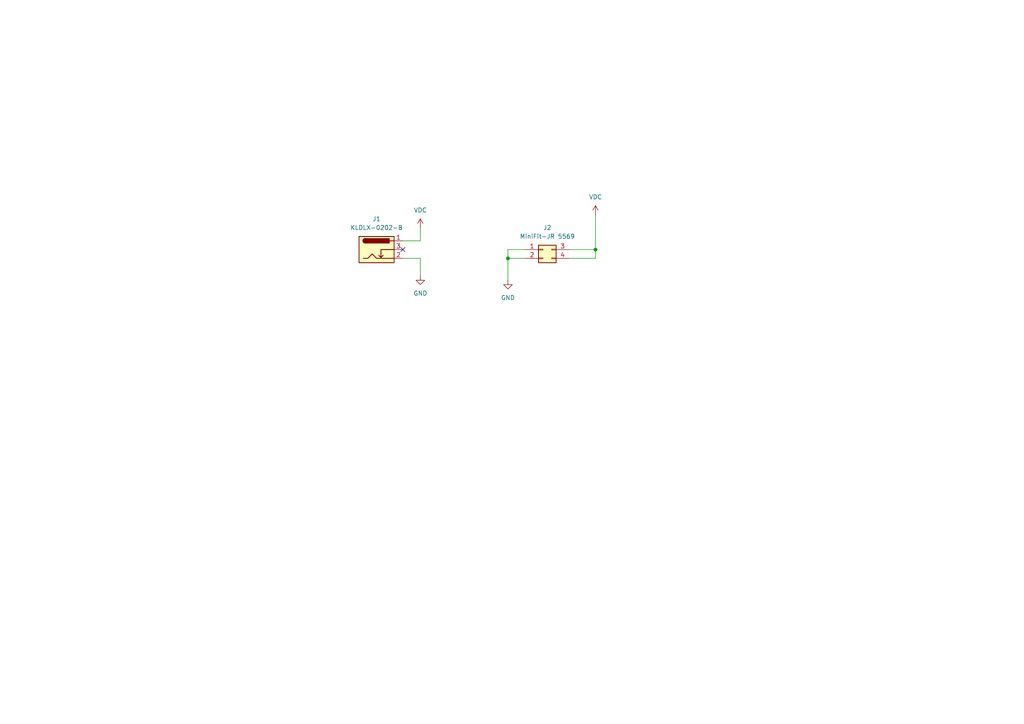
<source format=kicad_sch>
(kicad_sch (version 20231120) (generator "eeschema") (generator_version "8.0")
  (paper "A4")
  (lib_symbols
    (symbol "Connector:Barrel_Jack_Switch" (pin_names hide)
      (property "Reference" "J" (at 0 5.334 0))
      (property "Value" "Barrel_Jack_Switch" (at 0 -5.08 0))
      (symbol "Barrel_Jack_Switch_0_1"
        (rectangle (start -5.08 3.81) (end 5.08 -3.81) (stroke (width 0.254)) (fill (type background)))
        (arc (start -3.302 3.175) (mid -3.9343 2.54) (end -3.302 1.905) (stroke (width 0.254)))
        (arc (start -3.302 3.175) (mid -3.9343 2.54) (end -3.302 1.905) (stroke (width 0.254)) (fill (type outline)))
        (polyline (pts (xy 1.27 -2.286) (xy 1.905 -1.651)) (stroke (width 0.254)))
        (polyline (pts (xy 5.08 2.54) (xy 3.81 2.54)) (stroke (width 0.254)))
        (polyline (pts (xy 5.08 0) (xy 1.27 0) (xy 1.27 -2.286) (xy 0.635 -1.651)) (stroke (width 0.254)))
        (polyline (pts (xy -3.81 -2.54) (xy -2.54 -2.54) (xy -1.27 -1.27) (xy 0 -2.54) (xy 2.54 -2.54) (xy 5.08 -2.54)) (stroke (width 0.254)))
        (rectangle (start 3.683 3.175) (end -3.302 1.905) (stroke (width 0.254)) (fill (type outline)))
      )
      (symbol "Barrel_Jack_Switch_1_1"
        (pin passive line (at 7.62 2.54 180) (length 2.54) (name "~") (number "1"))
        (pin passive line (at 7.62 -2.54 180) (length 2.54) (name "~") (number "2"))
        (pin passive line (at 7.62 0 180) (length 2.54) (name "~") (number "3"))
      )
    )
    (symbol "Connector_Generic:Conn_02x02_Top_Bottom" (pin_names (offset 1.016) hide)
      (property "Reference" "J" (at 1.27 2.54 0))
      (property "Value" "Conn_02x02_Top_Bottom" (at 1.27 -5.08 0))
      (symbol "Conn_02x02_Top_Bottom_1_1"
        (rectangle (start -1.27 -2.413) (end 0 -2.667) (stroke (width 0.1524)))
        (rectangle (start -1.27 0.127) (end 0 -0.127) (stroke (width 0.1524)))
        (rectangle (start -1.27 1.27) (end 3.81 -3.81) (stroke (width 0.254)) (fill (type background)))
        (rectangle (start 3.81 -2.413) (end 2.54 -2.667) (stroke (width 0.1524)))
        (rectangle (start 3.81 0.127) (end 2.54 -0.127) (stroke (width 0.1524)))
        (pin passive line (at -5.08 0 0) (length 3.81) (name "Pin_1") (number "1"))
        (pin passive line (at -5.08 -2.54 0) (length 3.81) (name "Pin_2") (number "2"))
        (pin passive line (at 7.62 0 180) (length 3.81) (name "Pin_3") (number "3"))
        (pin passive line (at 7.62 -2.54 180) (length 3.81) (name "Pin_4") (number "4"))
      )
    )
    (symbol "power:GND" (power) (pin_numbers hide) (pin_names (offset 0) hide)
      (property "Value" "GND" (at 0 -3.81 0))
      (symbol "GND_0_1"
        (polyline (pts (xy 0 0) (xy 0 -1.27) (xy 1.27 -1.27) (xy 0 -2.54) (xy -1.27 -1.27) (xy 0 -1.27)))
      )
      (symbol "GND_1_1"
        (pin power_in line (at 0 0 270) (length 0) (name "~") (number "1"))
      )
    )
    (symbol "power:VDC" (power) (pin_numbers hide) (pin_names (offset 0) hide)
      (property "Value" "VDC" (at 0 3.556 0))
      (symbol "VDC_0_1"
        (polyline (pts (xy -0.762 1.27) (xy 0 2.54)))
        (polyline (pts (xy 0 0) (xy 0 2.54)))
        (polyline (pts (xy 0 2.54) (xy 0.762 1.27)))
      )
      (symbol "VDC_1_1"
        (pin power_in line (at 0 0 90) (length 0) (name "~") (number "1"))
      )
    )
  )
  (junction (at 147.32 74.93))
  (junction (at 172.72 72.39))
  (no_connect (at 116.84 72.39))
  (wire (pts (xy 172.72 74.93) (xy 172.72 72.39)))
  (wire (pts (xy 121.92 74.93) (xy 121.92 80.01)))
  (wire (pts (xy 121.92 69.85) (xy 121.92 66.04)))
  (wire (pts (xy 165.1 74.93) (xy 172.72 74.93)))
  (wire (pts (xy 147.32 81.28) (xy 147.32 74.93)))
  (wire (pts (xy 147.32 74.93) (xy 152.4 74.93)))
  (wire (pts (xy 172.72 72.39) (xy 172.72 62.23)))
  (wire (pts (xy 116.84 74.93) (xy 121.92 74.93)))
  (wire (pts (xy 147.32 74.93) (xy 147.32 72.39)))
  (wire (pts (xy 116.84 69.85) (xy 121.92 69.85)))
  (wire (pts (xy 147.32 72.39) (xy 152.4 72.39)))
  (wire (pts (xy 165.1 72.39) (xy 172.72 72.39)))
  (symbol (lib_id "Connector_Generic:Conn_02x02_Top_Bottom") (at 157.48 72.39 0) (unit 1)
    (property "Reference" "J2" (at 158.75 66.04 0))
    (property "Value" "MiniFit-JR 5569" (at 158.75 68.58 0))
    (property "Footprint" "Connector_Molex:Molex_Mini-Fit_Jr_5569-04A2_2x02_P4.20mm_Horizontal" (effects (hide yes)))
    (property "Description" "Generic connector, double row, 02x02, top/bottom pin numbering scheme (row 1: 1...pins_per_row, row2: pins_per_row+1 ... num_pins), script generated (kicad-library-utils/schlib/autogen/connector/)" (effects (hide yes)))
    (property "MPN" " 0039301040" (effects (hide yes)))
  )
  (symbol (lib_id "power:GND") (at 121.92 80.01 0) (unit 1)
    (property "Reference" "#PWR04" (effects (hide yes)))
    (property "Value" "GND" (at 121.92 85.09 0))
    (property "Description" "Power symbol creates a global label with name \"GND\" , ground" (effects (hide yes)))
  )
  (symbol (lib_id "power:GND") (at 147.32 81.28 0) (unit 1)
    (property "Reference" "#PWR02" (effects (hide yes)))
    (property "Value" "GND" (at 147.32 86.36 0))
    (property "Description" "Power symbol creates a global label with name \"GND\" , ground" (effects (hide yes)))
  )
  (symbol (lib_id "power:VDC") (at 172.72 62.23 0) (unit 1)
    (property "Reference" "#PWR01" (effects (hide yes)))
    (property "Value" "VDC" (at 172.72 57.15 0))
    (property "Description" "Power symbol creates a global label with name \"VDC\"" (effects (hide yes)))
  )
  (symbol (lib_id "Connector:Barrel_Jack_Switch") (at 109.22 72.39 0) (unit 1)
    (property "Reference" "J1" (at 109.22 63.5 0))
    (property "Value" "KLDLX-0202-B" (at 109.22 66.04 0))
    (property "Footprint" "common:KLDX-0202-x" (effects (hide yes)))
    (property "Description" "DC Barrel Jack with an internal switch" (effects (hide yes)))
    (property "MPN" "KLDLX-0202-B" (effects (hide yes)))
  )
  (symbol (lib_id "power:VDC") (at 121.92 66.04 0) (unit 1)
    (property "Reference" "#PWR03" (effects (hide yes)))
    (property "Value" "VDC" (at 121.92 60.96 0))
    (property "Description" "Power symbol creates a global label with name \"VDC\"" (effects (hide yes)))
  )
)
</source>
